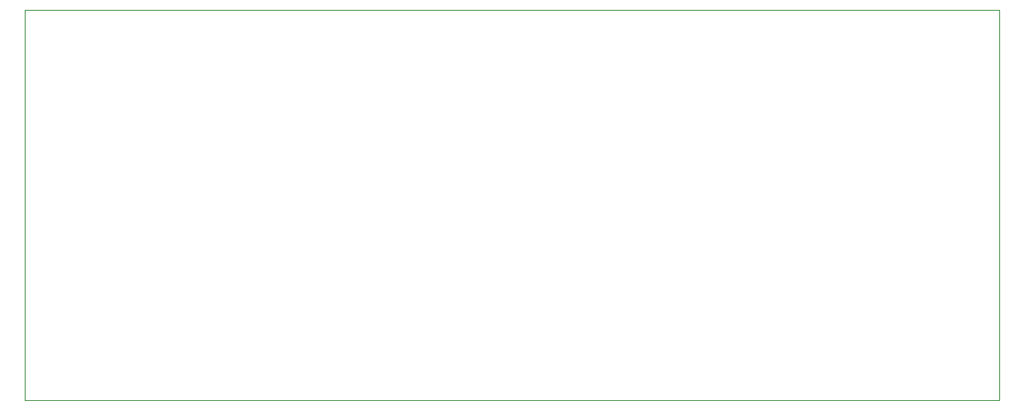
<source format=gbr>
%TF.GenerationSoftware,KiCad,Pcbnew,(6.0.1)*%
%TF.CreationDate,2022-02-11T17:03:31+00:00*%
%TF.ProjectId,Coupler,436f7570-6c65-4722-9e6b-696361645f70,rev?*%
%TF.SameCoordinates,Original*%
%TF.FileFunction,Profile,NP*%
%FSLAX46Y46*%
G04 Gerber Fmt 4.6, Leading zero omitted, Abs format (unit mm)*
G04 Created by KiCad (PCBNEW (6.0.1)) date 2022-02-11 17:03:31*
%MOMM*%
%LPD*%
G01*
G04 APERTURE LIST*
%TA.AperFunction,Profile*%
%ADD10C,0.100000*%
%TD*%
G04 APERTURE END LIST*
D10*
X200000000Y-140000000D02*
X100000000Y-140000000D01*
X100000000Y-100000000D02*
X200000000Y-100000000D01*
X200000000Y-100000000D02*
X200000000Y-140000000D01*
X100000000Y-140000000D02*
X100000000Y-100000000D01*
M02*

</source>
